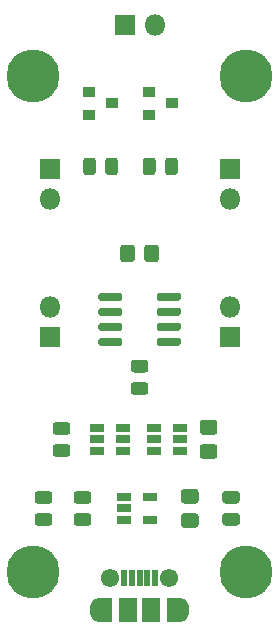
<source format=gbr>
G04 #@! TF.GenerationSoftware,KiCad,Pcbnew,(5.1.6)-1*
G04 #@! TF.CreationDate,2021-01-24T21:52:35-08:00*
G04 #@! TF.ProjectId,infrared_remote,696e6672-6172-4656-945f-72656d6f7465,rev?*
G04 #@! TF.SameCoordinates,Original*
G04 #@! TF.FileFunction,Soldermask,Top*
G04 #@! TF.FilePolarity,Negative*
%FSLAX46Y46*%
G04 Gerber Fmt 4.6, Leading zero omitted, Abs format (unit mm)*
G04 Created by KiCad (PCBNEW (5.1.6)-1) date 2021-01-24 21:52:35*
%MOMM*%
%LPD*%
G01*
G04 APERTURE LIST*
%ADD10C,0.800000*%
%ADD11C,4.500000*%
%ADD12R,1.000000X0.900000*%
%ADD13R,1.160000X0.750000*%
%ADD14O,1.800000X1.800000*%
%ADD15R,1.800000X1.800000*%
%ADD16R,1.300000X2.000000*%
%ADD17O,1.300000X2.000000*%
%ADD18R,1.600000X2.000000*%
%ADD19C,1.550000*%
%ADD20R,0.500000X1.450000*%
G04 APERTURE END LIST*
D10*
G04 #@! TO.C,H4*
X105924726Y-85733274D03*
X104758000Y-85250000D03*
X103591274Y-85733274D03*
X103108000Y-86900000D03*
X103591274Y-88066726D03*
X104758000Y-88550000D03*
X105924726Y-88066726D03*
X106408000Y-86900000D03*
D11*
X104758000Y-86900000D03*
G04 #@! TD*
D10*
G04 #@! TO.C,H3*
X105924726Y-43733274D03*
X104758000Y-43250000D03*
X103591274Y-43733274D03*
X103108000Y-44900000D03*
X103591274Y-46066726D03*
X104758000Y-46550000D03*
X105924726Y-46066726D03*
X106408000Y-44900000D03*
D11*
X104758000Y-44900000D03*
G04 #@! TD*
D10*
G04 #@! TO.C,H2*
X87924726Y-85733274D03*
X86758000Y-85250000D03*
X85591274Y-85733274D03*
X85108000Y-86900000D03*
X85591274Y-88066726D03*
X86758000Y-88550000D03*
X87924726Y-88066726D03*
X88408000Y-86900000D03*
D11*
X86758000Y-86900000D03*
G04 #@! TD*
D10*
G04 #@! TO.C,H1*
X87924726Y-43733274D03*
X86758000Y-43250000D03*
X85591274Y-43733274D03*
X85108000Y-44900000D03*
X85591274Y-46066726D03*
X86758000Y-46550000D03*
X87924726Y-46066726D03*
X88408000Y-44900000D03*
D11*
X86758000Y-44900000D03*
G04 #@! TD*
D12*
G04 #@! TO.C,Q3*
X93456000Y-47244000D03*
X91456000Y-48194000D03*
X91456000Y-46294000D03*
G04 #@! TD*
G04 #@! TO.C,Q2*
X98520000Y-47244000D03*
X96520000Y-48194000D03*
X96520000Y-46294000D03*
G04 #@! TD*
G04 #@! TO.C,U3*
G36*
G01*
X97208000Y-63802000D02*
X97208000Y-63452000D01*
G75*
G02*
X97383000Y-63277000I175000J0D01*
G01*
X99083000Y-63277000D01*
G75*
G02*
X99258000Y-63452000I0J-175000D01*
G01*
X99258000Y-63802000D01*
G75*
G02*
X99083000Y-63977000I-175000J0D01*
G01*
X97383000Y-63977000D01*
G75*
G02*
X97208000Y-63802000I0J175000D01*
G01*
G37*
G36*
G01*
X97208000Y-65072000D02*
X97208000Y-64722000D01*
G75*
G02*
X97383000Y-64547000I175000J0D01*
G01*
X99083000Y-64547000D01*
G75*
G02*
X99258000Y-64722000I0J-175000D01*
G01*
X99258000Y-65072000D01*
G75*
G02*
X99083000Y-65247000I-175000J0D01*
G01*
X97383000Y-65247000D01*
G75*
G02*
X97208000Y-65072000I0J175000D01*
G01*
G37*
G36*
G01*
X97208000Y-66342000D02*
X97208000Y-65992000D01*
G75*
G02*
X97383000Y-65817000I175000J0D01*
G01*
X99083000Y-65817000D01*
G75*
G02*
X99258000Y-65992000I0J-175000D01*
G01*
X99258000Y-66342000D01*
G75*
G02*
X99083000Y-66517000I-175000J0D01*
G01*
X97383000Y-66517000D01*
G75*
G02*
X97208000Y-66342000I0J175000D01*
G01*
G37*
G36*
G01*
X97208000Y-67612000D02*
X97208000Y-67262000D01*
G75*
G02*
X97383000Y-67087000I175000J0D01*
G01*
X99083000Y-67087000D01*
G75*
G02*
X99258000Y-67262000I0J-175000D01*
G01*
X99258000Y-67612000D01*
G75*
G02*
X99083000Y-67787000I-175000J0D01*
G01*
X97383000Y-67787000D01*
G75*
G02*
X97208000Y-67612000I0J175000D01*
G01*
G37*
G36*
G01*
X92258000Y-67612000D02*
X92258000Y-67262000D01*
G75*
G02*
X92433000Y-67087000I175000J0D01*
G01*
X94133000Y-67087000D01*
G75*
G02*
X94308000Y-67262000I0J-175000D01*
G01*
X94308000Y-67612000D01*
G75*
G02*
X94133000Y-67787000I-175000J0D01*
G01*
X92433000Y-67787000D01*
G75*
G02*
X92258000Y-67612000I0J175000D01*
G01*
G37*
G36*
G01*
X92258000Y-66342000D02*
X92258000Y-65992000D01*
G75*
G02*
X92433000Y-65817000I175000J0D01*
G01*
X94133000Y-65817000D01*
G75*
G02*
X94308000Y-65992000I0J-175000D01*
G01*
X94308000Y-66342000D01*
G75*
G02*
X94133000Y-66517000I-175000J0D01*
G01*
X92433000Y-66517000D01*
G75*
G02*
X92258000Y-66342000I0J175000D01*
G01*
G37*
G36*
G01*
X92258000Y-65072000D02*
X92258000Y-64722000D01*
G75*
G02*
X92433000Y-64547000I175000J0D01*
G01*
X94133000Y-64547000D01*
G75*
G02*
X94308000Y-64722000I0J-175000D01*
G01*
X94308000Y-65072000D01*
G75*
G02*
X94133000Y-65247000I-175000J0D01*
G01*
X92433000Y-65247000D01*
G75*
G02*
X92258000Y-65072000I0J175000D01*
G01*
G37*
G36*
G01*
X92258000Y-63802000D02*
X92258000Y-63452000D01*
G75*
G02*
X92433000Y-63277000I175000J0D01*
G01*
X94133000Y-63277000D01*
G75*
G02*
X94308000Y-63452000I0J-175000D01*
G01*
X94308000Y-63802000D01*
G75*
G02*
X94133000Y-63977000I-175000J0D01*
G01*
X92433000Y-63977000D01*
G75*
G02*
X92258000Y-63802000I0J175000D01*
G01*
G37*
G04 #@! TD*
D13*
G04 #@! TO.C,U2*
X99144000Y-75692000D03*
X99144000Y-74742000D03*
X99144000Y-76642000D03*
X96944000Y-76642000D03*
X96944000Y-75692000D03*
X96944000Y-74742000D03*
G04 #@! TD*
G04 #@! TO.C,U1*
X96604000Y-80584000D03*
X96604000Y-82484000D03*
X94404000Y-82484000D03*
X94404000Y-81534000D03*
X94404000Y-80584000D03*
G04 #@! TD*
G04 #@! TO.C,R7*
G36*
G01*
X97920000Y-53059250D02*
X97920000Y-52096750D01*
G75*
G02*
X98188750Y-51828000I268750J0D01*
G01*
X98726250Y-51828000D01*
G75*
G02*
X98995000Y-52096750I0J-268750D01*
G01*
X98995000Y-53059250D01*
G75*
G02*
X98726250Y-53328000I-268750J0D01*
G01*
X98188750Y-53328000D01*
G75*
G02*
X97920000Y-53059250I0J268750D01*
G01*
G37*
G36*
G01*
X96045000Y-53059250D02*
X96045000Y-52096750D01*
G75*
G02*
X96313750Y-51828000I268750J0D01*
G01*
X96851250Y-51828000D01*
G75*
G02*
X97120000Y-52096750I0J-268750D01*
G01*
X97120000Y-53059250D01*
G75*
G02*
X96851250Y-53328000I-268750J0D01*
G01*
X96313750Y-53328000D01*
G75*
G02*
X96045000Y-53059250I0J268750D01*
G01*
G37*
G04 #@! TD*
G04 #@! TO.C,R6*
G36*
G01*
X92056000Y-52096750D02*
X92056000Y-53059250D01*
G75*
G02*
X91787250Y-53328000I-268750J0D01*
G01*
X91249750Y-53328000D01*
G75*
G02*
X90981000Y-53059250I0J268750D01*
G01*
X90981000Y-52096750D01*
G75*
G02*
X91249750Y-51828000I268750J0D01*
G01*
X91787250Y-51828000D01*
G75*
G02*
X92056000Y-52096750I0J-268750D01*
G01*
G37*
G36*
G01*
X93931000Y-52096750D02*
X93931000Y-53059250D01*
G75*
G02*
X93662250Y-53328000I-268750J0D01*
G01*
X93124750Y-53328000D01*
G75*
G02*
X92856000Y-53059250I0J268750D01*
G01*
X92856000Y-52096750D01*
G75*
G02*
X93124750Y-51828000I268750J0D01*
G01*
X93662250Y-51828000D01*
G75*
G02*
X93931000Y-52096750I0J-268750D01*
G01*
G37*
G04 #@! TD*
G04 #@! TO.C,R5*
G36*
G01*
X96239250Y-70036500D02*
X95276750Y-70036500D01*
G75*
G02*
X95008000Y-69767750I0J268750D01*
G01*
X95008000Y-69230250D01*
G75*
G02*
X95276750Y-68961500I268750J0D01*
G01*
X96239250Y-68961500D01*
G75*
G02*
X96508000Y-69230250I0J-268750D01*
G01*
X96508000Y-69767750D01*
G75*
G02*
X96239250Y-70036500I-268750J0D01*
G01*
G37*
G36*
G01*
X96239250Y-71911500D02*
X95276750Y-71911500D01*
G75*
G02*
X95008000Y-71642750I0J268750D01*
G01*
X95008000Y-71105250D01*
G75*
G02*
X95276750Y-70836500I268750J0D01*
G01*
X96239250Y-70836500D01*
G75*
G02*
X96508000Y-71105250I0J-268750D01*
G01*
X96508000Y-71642750D01*
G75*
G02*
X96239250Y-71911500I-268750J0D01*
G01*
G37*
G04 #@! TD*
G04 #@! TO.C,R4*
G36*
G01*
X87148750Y-81934000D02*
X88111250Y-81934000D01*
G75*
G02*
X88380000Y-82202750I0J-268750D01*
G01*
X88380000Y-82740250D01*
G75*
G02*
X88111250Y-83009000I-268750J0D01*
G01*
X87148750Y-83009000D01*
G75*
G02*
X86880000Y-82740250I0J268750D01*
G01*
X86880000Y-82202750D01*
G75*
G02*
X87148750Y-81934000I268750J0D01*
G01*
G37*
G36*
G01*
X87148750Y-80059000D02*
X88111250Y-80059000D01*
G75*
G02*
X88380000Y-80327750I0J-268750D01*
G01*
X88380000Y-80865250D01*
G75*
G02*
X88111250Y-81134000I-268750J0D01*
G01*
X87148750Y-81134000D01*
G75*
G02*
X86880000Y-80865250I0J268750D01*
G01*
X86880000Y-80327750D01*
G75*
G02*
X87148750Y-80059000I268750J0D01*
G01*
G37*
G04 #@! TD*
G04 #@! TO.C,R3*
G36*
G01*
X89635250Y-75292000D02*
X88672750Y-75292000D01*
G75*
G02*
X88404000Y-75023250I0J268750D01*
G01*
X88404000Y-74485750D01*
G75*
G02*
X88672750Y-74217000I268750J0D01*
G01*
X89635250Y-74217000D01*
G75*
G02*
X89904000Y-74485750I0J-268750D01*
G01*
X89904000Y-75023250D01*
G75*
G02*
X89635250Y-75292000I-268750J0D01*
G01*
G37*
G36*
G01*
X89635250Y-77167000D02*
X88672750Y-77167000D01*
G75*
G02*
X88404000Y-76898250I0J268750D01*
G01*
X88404000Y-76360750D01*
G75*
G02*
X88672750Y-76092000I268750J0D01*
G01*
X89635250Y-76092000D01*
G75*
G02*
X89904000Y-76360750I0J-268750D01*
G01*
X89904000Y-76898250D01*
G75*
G02*
X89635250Y-77167000I-268750J0D01*
G01*
G37*
G04 #@! TD*
G04 #@! TO.C,R2*
G36*
G01*
X90450750Y-81934000D02*
X91413250Y-81934000D01*
G75*
G02*
X91682000Y-82202750I0J-268750D01*
G01*
X91682000Y-82740250D01*
G75*
G02*
X91413250Y-83009000I-268750J0D01*
G01*
X90450750Y-83009000D01*
G75*
G02*
X90182000Y-82740250I0J268750D01*
G01*
X90182000Y-82202750D01*
G75*
G02*
X90450750Y-81934000I268750J0D01*
G01*
G37*
G36*
G01*
X90450750Y-80059000D02*
X91413250Y-80059000D01*
G75*
G02*
X91682000Y-80327750I0J-268750D01*
G01*
X91682000Y-80865250D01*
G75*
G02*
X91413250Y-81134000I-268750J0D01*
G01*
X90450750Y-81134000D01*
G75*
G02*
X90182000Y-80865250I0J268750D01*
G01*
X90182000Y-80327750D01*
G75*
G02*
X90450750Y-80059000I268750J0D01*
G01*
G37*
G04 #@! TD*
G04 #@! TO.C,R1*
G36*
G01*
X103022750Y-81934000D02*
X103985250Y-81934000D01*
G75*
G02*
X104254000Y-82202750I0J-268750D01*
G01*
X104254000Y-82740250D01*
G75*
G02*
X103985250Y-83009000I-268750J0D01*
G01*
X103022750Y-83009000D01*
G75*
G02*
X102754000Y-82740250I0J268750D01*
G01*
X102754000Y-82202750D01*
G75*
G02*
X103022750Y-81934000I268750J0D01*
G01*
G37*
G36*
G01*
X103022750Y-80059000D02*
X103985250Y-80059000D01*
G75*
G02*
X104254000Y-80327750I0J-268750D01*
G01*
X104254000Y-80865250D01*
G75*
G02*
X103985250Y-81134000I-268750J0D01*
G01*
X103022750Y-81134000D01*
G75*
G02*
X102754000Y-80865250I0J268750D01*
G01*
X102754000Y-80327750D01*
G75*
G02*
X103022750Y-80059000I268750J0D01*
G01*
G37*
G04 #@! TD*
G04 #@! TO.C,Q1*
X94318000Y-75692000D03*
X94318000Y-74742000D03*
X94318000Y-76642000D03*
X92118000Y-76642000D03*
X92118000Y-75692000D03*
X92118000Y-74742000D03*
G04 #@! TD*
D14*
G04 #@! TO.C,J6*
X97048000Y-40640000D03*
D15*
X94508000Y-40640000D03*
G04 #@! TD*
D14*
G04 #@! TO.C,J5*
X103378000Y-64516000D03*
D15*
X103378000Y-67056000D03*
G04 #@! TD*
D14*
G04 #@! TO.C,J4*
X88138000Y-64516000D03*
D15*
X88138000Y-67056000D03*
G04 #@! TD*
D14*
G04 #@! TO.C,J3*
X88188000Y-55372000D03*
D15*
X88188000Y-52832000D03*
G04 #@! TD*
D14*
G04 #@! TO.C,J2*
X103428000Y-55372000D03*
D15*
X103428000Y-52832000D03*
G04 #@! TD*
D16*
G04 #@! TO.C,J1*
X92858000Y-90137500D03*
X98658000Y-90137500D03*
D17*
X99258000Y-90137500D03*
X92258000Y-90137500D03*
D18*
X94758000Y-90137500D03*
D19*
X98258000Y-87437500D03*
D20*
X95758000Y-87437500D03*
X96408000Y-87437500D03*
X97058000Y-87437500D03*
X94458000Y-87437500D03*
X95108000Y-87437500D03*
D19*
X93258000Y-87437500D03*
D18*
X96758000Y-90137500D03*
G04 #@! TD*
G04 #@! TO.C,C3*
G36*
G01*
X95358000Y-59465738D02*
X95358000Y-60422262D01*
G75*
G02*
X95086262Y-60694000I-271738J0D01*
G01*
X94379738Y-60694000D01*
G75*
G02*
X94108000Y-60422262I0J271738D01*
G01*
X94108000Y-59465738D01*
G75*
G02*
X94379738Y-59194000I271738J0D01*
G01*
X95086262Y-59194000D01*
G75*
G02*
X95358000Y-59465738I0J-271738D01*
G01*
G37*
G36*
G01*
X97408000Y-59465738D02*
X97408000Y-60422262D01*
G75*
G02*
X97136262Y-60694000I-271738J0D01*
G01*
X96429738Y-60694000D01*
G75*
G02*
X96158000Y-60422262I0J271738D01*
G01*
X96158000Y-59465738D01*
G75*
G02*
X96429738Y-59194000I271738J0D01*
G01*
X97136262Y-59194000D01*
G75*
G02*
X97408000Y-59465738I0J-271738D01*
G01*
G37*
G04 #@! TD*
G04 #@! TO.C,C2*
G36*
G01*
X102078262Y-75292000D02*
X101121738Y-75292000D01*
G75*
G02*
X100850000Y-75020262I0J271738D01*
G01*
X100850000Y-74313738D01*
G75*
G02*
X101121738Y-74042000I271738J0D01*
G01*
X102078262Y-74042000D01*
G75*
G02*
X102350000Y-74313738I0J-271738D01*
G01*
X102350000Y-75020262D01*
G75*
G02*
X102078262Y-75292000I-271738J0D01*
G01*
G37*
G36*
G01*
X102078262Y-77342000D02*
X101121738Y-77342000D01*
G75*
G02*
X100850000Y-77070262I0J271738D01*
G01*
X100850000Y-76363738D01*
G75*
G02*
X101121738Y-76092000I271738J0D01*
G01*
X102078262Y-76092000D01*
G75*
G02*
X102350000Y-76363738I0J-271738D01*
G01*
X102350000Y-77070262D01*
G75*
G02*
X102078262Y-77342000I-271738J0D01*
G01*
G37*
G04 #@! TD*
G04 #@! TO.C,C1*
G36*
G01*
X100482262Y-81134000D02*
X99525738Y-81134000D01*
G75*
G02*
X99254000Y-80862262I0J271738D01*
G01*
X99254000Y-80155738D01*
G75*
G02*
X99525738Y-79884000I271738J0D01*
G01*
X100482262Y-79884000D01*
G75*
G02*
X100754000Y-80155738I0J-271738D01*
G01*
X100754000Y-80862262D01*
G75*
G02*
X100482262Y-81134000I-271738J0D01*
G01*
G37*
G36*
G01*
X100482262Y-83184000D02*
X99525738Y-83184000D01*
G75*
G02*
X99254000Y-82912262I0J271738D01*
G01*
X99254000Y-82205738D01*
G75*
G02*
X99525738Y-81934000I271738J0D01*
G01*
X100482262Y-81934000D01*
G75*
G02*
X100754000Y-82205738I0J-271738D01*
G01*
X100754000Y-82912262D01*
G75*
G02*
X100482262Y-83184000I-271738J0D01*
G01*
G37*
G04 #@! TD*
M02*

</source>
